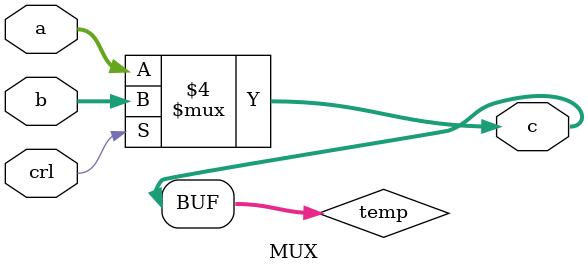
<source format=v>
module MUX(input [31:0]a,input [31:0]b, input crl,output [31:0]c);

reg [31:0]temp;
always @(*)
begin 
 if(crl==0)
 temp=a;
 else
 temp=b;
end
assign c=temp;
endmodule

</source>
